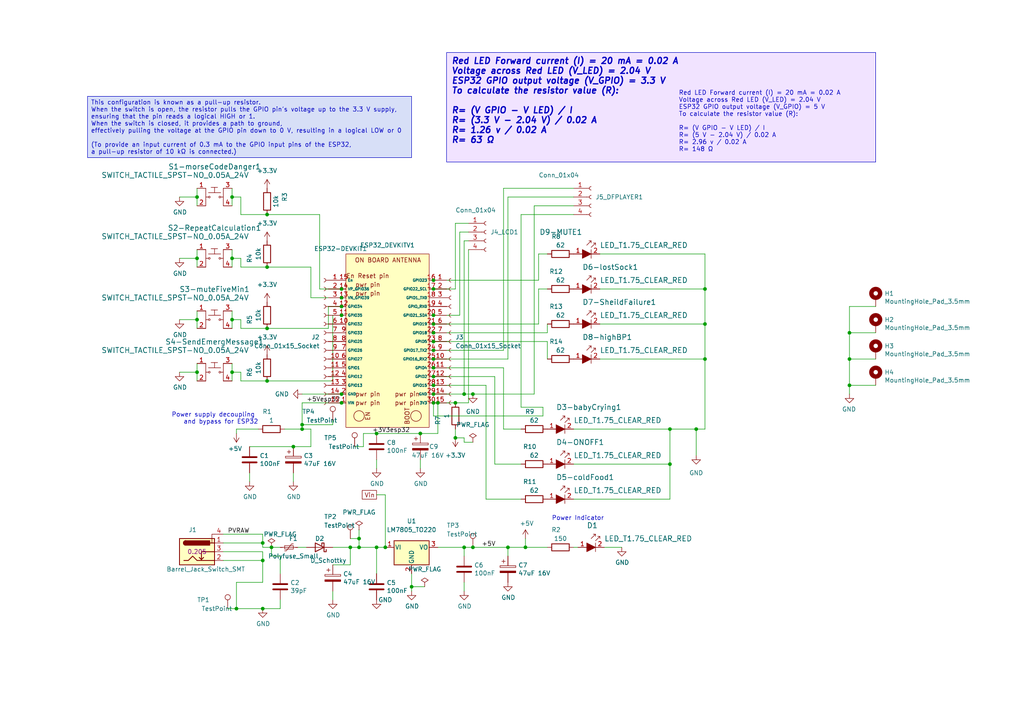
<source format=kicad_sch>
(kicad_sch (version 20230121) (generator eeschema)
  (paper "A4")
  (title_block (title "Esp32-6leds-4switches-2pj-circuit") (date "2024-04-14") (rev "V2") (company "Public Invention Supervision") (comment 1 "Coordinator: Robert Read") (comment 2 "Mentor: Forest Lee Ereckson") (comment 3 "Done by: Nagham Kheir"))
  (junction (at 67.31 74.93))
  (junction (at 78.74 158.75))
  (junction (at 85.09 129.54))
  (junction (at 77.47 95.25))
  (junction (at 121.92 125.73))
  (junction (at 119.38 170.18))
  (junction (at 152.4 158.75))
  (junction (at 204.47 93.98))
  (junction (at 204.47 104.14))
  (junction (at 77.47 110.49))
  (junction (at 101.6 158.75))
  (junction (at 204.47 83.82))
  (junction (at 99.06 88.9))
  (junction (at 246.38 104.14))
  (junction (at 99.06 116.84))
  (junction (at 57.15 92.71))
  (junction (at 87.63 123.19))
  (junction (at 125.73 114.3))
  (junction (at 76.2 162.56))
  (junction (at 99.06 86.36))
  (junction (at 87.63 124.46))
  (junction (at 104.14 156.21))
  (junction (at 125.73 81.28))
  (junction (at 99.06 114.3))
  (junction (at 132.08 116.84))
  (junction (at 134.62 158.75))
  (junction (at 99.06 83.82))
  (junction (at 132.08 127))
  (junction (at 125.73 99.06))
  (junction (at 137.16 114.3))
  (junction (at 67.31 107.95))
  (junction (at 104.14 158.75))
  (junction (at 125.73 109.22))
  (junction (at 76.2 176.53))
  (junction (at 57.15 74.93))
  (junction (at 76.2 157.48))
  (junction (at 125.73 96.52))
  (junction (at 111.76 158.75))
  (junction (at 137.16 158.75))
  (junction (at 246.38 96.52))
  (junction (at 127 116.84))
  (junction (at 125.73 83.82))
  (junction (at 77.47 62.23))
  (junction (at 134.62 114.3))
  (junction (at 68.58 176.53))
  (junction (at 125.73 111.76))
  (junction (at 125.73 104.14))
  (junction (at 125.73 116.84))
  (junction (at 109.22 158.75))
  (junction (at 246.38 111.76))
  (junction (at 201.93 124.46))
  (junction (at 67.31 92.71))
  (junction (at 109.22 125.73))
  (junction (at 125.73 91.44))
  (junction (at 125.73 106.68))
  (junction (at 194.31 134.62))
  (junction (at 99.06 91.44))
  (junction (at 67.31 57.15))
  (junction (at 147.32 158.75))
  (junction (at 125.73 93.98))
  (junction (at 77.47 77.47))
  (junction (at 194.31 124.46))
  (junction (at 125.73 101.6))
  (junction (at 57.15 57.15))
  (junction (at 57.15 107.95))
  (wire (pts (xy 254 96.52) (xy 246.38 96.52)))
  (wire (pts (xy 132.08 124.46) (xy 132.08 127)))
  (wire (pts (xy 67.31 105.41) (xy 67.31 107.95)))
  (wire (pts (xy 68.58 124.46) (xy 68.58 125.73)))
  (wire (pts (xy 68.58 176.53) (xy 76.2 176.53)))
  (wire (pts (xy 57.15 105.41) (xy 57.15 107.95)))
  (wire (pts (xy 134.62 127) (xy 132.08 127)))
  (wire (pts (xy 157.48 118.11) (xy 151.13 118.11)))
  (wire (pts (xy 52.07 92.71) (xy 57.15 92.71)))
  (wire (pts (xy 180.34 158.75) (xy 175.26 158.75)))
  (wire (pts (xy 96.52 121.92) (xy 96.52 123.19)))
  (wire (pts (xy 81.28 161.29) (xy 78.74 161.29)))
  (wire (pts (xy 77.47 62.23) (xy 92.71 62.23)))
  (wire (pts (xy 156.21 83.82) (xy 158.75 83.82)))
  (wire (pts (xy 69.85 77.47) (xy 77.47 77.47)))
  (wire (pts (xy 134.62 128.27) (xy 134.62 127)))
  (wire (pts (xy 96.52 158.75) (xy 101.6 158.75)))
  (wire (pts (xy 76.2 162.56) (xy 76.2 168.91)))
  (wire (pts (xy 125.73 120.65) (xy 157.48 120.65)))
  (wire (pts (xy 64.77 154.94) (xy 76.2 154.94)))
  (wire (pts (xy 125.73 106.68) (xy 146.05 106.68)))
  (wire (pts (xy 166.37 144.78) (xy 194.31 144.78)))
  (wire (pts (xy 134.62 158.75) (xy 137.16 158.75)))
  (wire (pts (xy 121.92 125.73) (xy 127 125.73)))
  (wire (pts (xy 125.73 99.06) (xy 158.75 99.06)))
  (wire (pts (xy 166.37 54.61) (xy 146.05 54.61)))
  (wire (pts (xy 109.22 158.75) (xy 111.76 158.75)))
  (wire (pts (xy 66.04 176.53) (xy 68.58 176.53)))
  (wire (pts (xy 95.25 95.25) (xy 95.25 88.9)))
  (wire (pts (xy 78.74 158.75) (xy 76.2 158.75)))
  (wire (pts (xy 173.99 104.14) (xy 204.47 104.14)))
  (wire (pts (xy 109.22 166.37) (xy 109.22 158.75)))
  (wire (pts (xy 143.51 109.22) (xy 143.51 134.62)))
  (wire (pts (xy 134.62 114.3) (xy 137.16 114.3)))
  (wire (pts (xy 204.47 104.14) (xy 204.47 93.98)))
  (wire (pts (xy 52.07 57.15) (xy 57.15 57.15)))
  (wire (pts (xy 92.71 62.23) (xy 92.71 83.82)))
  (wire (pts (xy 104.14 156.21) (xy 104.14 158.75)))
  (wire (pts (xy 204.47 73.66) (xy 204.47 83.82)))
  (wire (pts (xy 67.31 57.15) (xy 69.85 57.15)))
  (wire (pts (xy 96.52 171.45) (xy 96.52 173.99)))
  (wire (pts (xy 57.15 92.71) (xy 57.15 95.25)))
  (wire (pts (xy 96.52 91.44) (xy 99.06 91.44)))
  (wire (pts (xy 67.31 92.71) (xy 67.31 95.25)))
  (wire (pts (xy 152.4 158.75) (xy 152.4 156.21)))
  (wire (pts (xy 156.21 93.98) (xy 156.21 83.82)))
  (wire (pts (xy 81.28 176.53) (xy 81.28 173.99)))
  (wire (pts (xy 87.63 116.84) (xy 99.06 116.84)))
  (wire (pts (xy 76.2 160.02) (xy 76.2 162.56)))
  (wire (pts (xy 254 88.9) (xy 246.38 88.9)))
  (wire (pts (xy 109.22 143.51) (xy 111.76 143.51)))
  (wire (pts (xy 67.31 54.61) (xy 67.31 57.15)))
  (wire (pts (xy 104.14 158.75) (xy 109.22 158.75)))
  (wire (pts (xy 76.2 162.56) (xy 64.77 162.56)))
  (wire (pts (xy 147.32 104.14) (xy 125.73 104.14)))
  (wire (pts (xy 92.71 83.82) (xy 99.06 83.82)))
  (wire (pts (xy 109.22 125.73) (xy 121.92 125.73)))
  (wire (pts (xy 137.16 114.3) (xy 154.94 114.3)))
  (wire (pts (xy 146.05 101.6) (xy 125.73 101.6)))
  (wire (pts (xy 67.31 72.39) (xy 67.31 74.93)))
  (wire (pts (xy 137.16 158.75) (xy 147.32 158.75)))
  (wire (pts (xy 125.73 93.98) (xy 156.21 93.98)))
  (wire (pts (xy 134.62 168.91) (xy 134.62 171.45)))
  (wire (pts (xy 133.35 67.31) (xy 135.89 67.31)))
  (wire (pts (xy 125.73 91.44) (xy 133.35 91.44)))
  (wire (pts (xy 204.47 83.82) (xy 204.47 93.98)))
  (wire (pts (xy 74.93 124.46) (xy 68.58 124.46)))
  (wire (pts (xy 158.75 99.06) (xy 158.75 104.14)))
  (wire (pts (xy 96.52 163.83) (xy 101.6 163.83)))
  (wire (pts (xy 67.31 74.93) (xy 69.85 74.93)))
  (wire (pts (xy 76.2 168.91) (xy 68.58 168.91)))
  (wire (pts (xy 105.41 125.73) (xy 109.22 125.73)))
  (wire (pts (xy 67.31 107.95) (xy 67.31 110.49)))
  (wire (pts (xy 166.37 57.15) (xy 147.32 57.15)))
  (wire (pts (xy 87.63 114.3) (xy 99.06 114.3)))
  (wire (pts (xy 194.31 124.46) (xy 194.31 134.62)))
  (wire (pts (xy 57.15 54.61) (xy 57.15 57.15)))
  (wire (pts (xy 121.92 135.89) (xy 121.92 133.35)))
  (wire (pts (xy 69.85 95.25) (xy 77.47 95.25)))
  (wire (pts (xy 87.63 123.19) (xy 87.63 124.46)))
  (wire (pts (xy 57.15 57.15) (xy 57.15 59.69)))
  (wire (pts (xy 69.85 92.71) (xy 69.85 95.25)))
  (wire (pts (xy 85.09 129.54) (xy 90.17 129.54)))
  (wire (pts (xy 125.73 81.28) (xy 156.21 81.28)))
  (wire (pts (xy 52.07 74.93) (xy 57.15 74.93)))
  (wire (pts (xy 166.37 158.75) (xy 167.64 158.75)))
  (wire (pts (xy 111.76 143.51) (xy 111.76 158.75)))
  (wire (pts (xy 57.15 90.17) (xy 57.15 92.71)))
  (wire (pts (xy 151.13 124.46) (xy 146.05 124.46)))
  (wire (pts (xy 52.07 107.95) (xy 57.15 107.95)))
  (wire (pts (xy 127 158.75) (xy 134.62 158.75)))
  (wire (pts (xy 69.85 107.95) (xy 69.85 110.49)))
  (wire (pts (xy 102.87 129.54) (xy 105.41 129.54)))
  (wire (pts (xy 119.38 166.37) (xy 119.38 170.18)))
  (wire (pts (xy 194.31 124.46) (xy 201.93 124.46)))
  (wire (pts (xy 125.73 96.52) (xy 158.75 96.52)))
  (wire (pts (xy 67.31 90.17) (xy 67.31 92.71)))
  (wire (pts (xy 151.13 62.23) (xy 166.37 62.23)))
  (wire (pts (xy 194.31 144.78) (xy 194.31 134.62)))
  (wire (pts (xy 125.73 83.82) (xy 132.08 83.82)))
  (wire (pts (xy 76.2 157.48) (xy 64.77 157.48)))
  (wire (pts (xy 77.47 95.25) (xy 95.25 95.25)))
  (wire (pts (xy 90.17 77.47) (xy 90.17 86.36)))
  (wire (pts (xy 254 104.14) (xy 246.38 104.14)))
  (wire (pts (xy 201.93 124.46) (xy 201.93 132.08)))
  (wire (pts (xy 96.52 110.49) (xy 96.52 91.44)))
  (wire (pts (xy 125.73 111.76) (xy 140.97 111.76)))
  (wire (pts (xy 147.32 158.75) (xy 152.4 158.75)))
  (wire (pts (xy 173.99 83.82) (xy 204.47 83.82)))
  (wire (pts (xy 67.31 57.15) (xy 67.31 59.69)))
  (wire (pts (xy 166.37 124.46) (xy 194.31 124.46)))
  (wire (pts (xy 76.2 154.94) (xy 76.2 157.48)))
  (wire (pts (xy 109.22 135.89) (xy 109.22 133.35)))
  (wire (pts (xy 146.05 54.61) (xy 146.05 101.6)))
  (wire (pts (xy 104.14 153.67) (xy 104.14 156.21)))
  (wire (pts (xy 78.74 161.29) (xy 78.74 158.75)))
  (wire (pts (xy 143.51 134.62) (xy 151.13 134.62)))
  (wire (pts (xy 152.4 158.75) (xy 158.75 158.75)))
  (wire (pts (xy 69.85 62.23) (xy 77.47 62.23)))
  (wire (pts (xy 140.97 144.78) (xy 151.13 144.78)))
  (wire (pts (xy 156.21 73.66) (xy 158.75 73.66)))
  (wire (pts (xy 87.63 124.46) (xy 90.17 124.46)))
  (wire (pts (xy 77.47 110.49) (xy 96.52 110.49)))
  (wire (pts (xy 204.47 124.46) (xy 204.47 104.14)))
  (wire (pts (xy 68.58 168.91) (xy 68.58 176.53)))
  (wire (pts (xy 125.73 114.3) (xy 134.62 114.3)))
  (wire (pts (xy 146.05 124.46) (xy 146.05 106.68)))
  (wire (pts (xy 134.62 161.29) (xy 134.62 158.75)))
  (wire (pts (xy 157.48 120.65) (xy 157.48 118.11)))
  (wire (pts (xy 57.15 107.95) (xy 57.15 110.49)))
  (wire (pts (xy 246.38 104.14) (xy 246.38 111.76)))
  (wire (pts (xy 132.08 64.77) (xy 135.89 64.77)))
  (wire (pts (xy 86.36 158.75) (xy 88.9 158.75)))
  (wire (pts (xy 137.16 128.27) (xy 134.62 128.27)))
  (wire (pts (xy 96.52 123.19) (xy 87.63 123.19)))
  (wire (pts (xy 72.39 129.54) (xy 85.09 129.54)))
  (wire (pts (xy 82.55 124.46) (xy 87.63 124.46)))
  (wire (pts (xy 125.73 116.84) (xy 125.73 120.65)))
  (wire (pts (xy 127 116.84) (xy 127 125.73)))
  (wire (pts (xy 57.15 74.93) (xy 57.15 77.47)))
  (wire (pts (xy 132.08 83.82) (xy 132.08 64.77)))
  (wire (pts (xy 72.39 139.7) (xy 72.39 137.16)))
  (wire (pts (xy 67.31 107.95) (xy 69.85 107.95)))
  (wire (pts (xy 57.15 72.39) (xy 57.15 74.93)))
  (wire (pts (xy 90.17 86.36) (xy 99.06 86.36)))
  (wire (pts (xy 246.38 88.9) (xy 246.38 96.52)))
  (wire (pts (xy 147.32 161.29) (xy 147.32 158.75)))
  (wire (pts (xy 77.47 77.47) (xy 90.17 77.47)))
  (wire (pts (xy 133.35 91.44) (xy 133.35 67.31)))
  (wire (pts (xy 67.31 74.93) (xy 67.31 77.47)))
  (wire (pts (xy 125.73 116.84) (xy 127 116.84)))
  (wire (pts (xy 85.09 139.7) (xy 85.09 137.16)))
  (wire (pts (xy 254 111.76) (xy 246.38 111.76)))
  (wire (pts (xy 69.85 57.15) (xy 69.85 62.23)))
  (wire (pts (xy 132.08 116.84) (xy 135.89 116.84)))
  (wire (pts (xy 173.99 93.98) (xy 204.47 93.98)))
  (wire (pts (xy 105.41 129.54) (xy 105.41 125.73)))
  (wire (pts (xy 76.2 176.53) (xy 81.28 176.53)))
  (wire (pts (xy 101.6 158.75) (xy 101.6 163.83)))
  (wire (pts (xy 123.19 170.18) (xy 119.38 170.18)))
  (wire (pts (xy 246.38 96.52) (xy 246.38 104.14)))
  (wire (pts (xy 135.89 72.39) (xy 135.89 116.84)))
  (wire (pts (xy 201.93 124.46) (xy 204.47 124.46)))
  (wire (pts (xy 69.85 110.49) (xy 77.47 110.49)))
  (wire (pts (xy 101.6 156.21) (xy 104.14 156.21)))
  (wire (pts (xy 69.85 74.93) (xy 69.85 77.47)))
  (wire (pts (xy 119.38 170.18) (xy 119.38 171.45)))
  (wire (pts (xy 81.28 166.37) (xy 81.28 161.29)))
  (wire (pts (xy 101.6 158.75) (xy 104.14 158.75)))
  (wire (pts (xy 67.31 92.71) (xy 69.85 92.71)))
  (wire (pts (xy 95.25 88.9) (xy 99.06 88.9)))
  (wire (pts (xy 147.32 57.15) (xy 147.32 104.14)))
  (wire (pts (xy 246.38 111.76) (xy 246.38 114.3)))
  (wire (pts (xy 154.94 59.69) (xy 154.94 114.3)))
  (wire (pts (xy 135.89 69.85) (xy 134.62 69.85)))
  (wire (pts (xy 87.63 116.84) (xy 87.63 123.19)))
  (wire (pts (xy 151.13 118.11) (xy 151.13 62.23)))
  (wire (pts (xy 127 116.84) (xy 132.08 116.84)))
  (wire (pts (xy 173.99 73.66) (xy 204.47 73.66)))
  (wire (pts (xy 76.2 157.48) (xy 76.2 158.75)))
  (wire (pts (xy 81.28 158.75) (xy 78.74 158.75)))
  (wire (pts (xy 140.97 111.76) (xy 140.97 144.78)))
  (wire (pts (xy 134.62 69.85) (xy 134.62 114.3)))
  (wire (pts (xy 156.21 81.28) (xy 156.21 73.66)))
  (wire (pts (xy 166.37 134.62) (xy 194.31 134.62)))
  (wire (pts (xy 90.17 129.54) (xy 90.17 124.46)))
  (wire (pts (xy 166.37 59.69) (xy 154.94 59.69)))
  (wire (pts (xy 64.77 160.02) (xy 76.2 160.02)))
  (wire (pts (xy 125.73 109.22) (xy 143.51 109.22)))
  (wire (pts (xy 158.75 96.52) (xy 158.75 93.98)))
  (text_box "Red LED Forward current (I) = 20 mA = 0.02 A\nVoltage across Red LED (V_LED) = 2.04 V\nESP32 GPIO output voltage (V_GPIO) = 3.3 V\nTo calculate the resistor value (R):\n\nR= (V GPIO - V LED) / I\nR= (3.3 V - 2.04 V) / 0.02 A\nR= 1.26 v / 0.02 A\nR= 63 Ω\n\n\n" (at 129.54 15.24 0) (size 124.46 31.75) (fill (type color) (color 241 227 255 1)) (effects (font (size 1.778 1.778) (thickness 0.3556) bold italic) (justify left top)))
  (text_box "This configuration is known as a pull-up resistor. \nWhen the switch is open, the resistor pulls the GPIO pin's voltage up to the 3.3 V supply, \nensuring that the pin reads a logical HIGH or 1.\nWhen the switch is closed, it provides a path to ground, \neffectively pulling the voltage at the GPIO pin down to 0 V, resulting in a logical LOW or 0\n\n(To provide an input current of 0.3 mA to the GPIO input pins of the ESP32, \na pull-up resistor of 10 kΩ is connected.)" (at 25.4 27.94 0) (size 93.98 17.78) (fill (type color) (color 215 223 247 1)) (effects (font (size 1.27 1.27)) (justify left top)))
  (text "Red LED Forward current (I) = 20 mA = 0.02 A\nVoltage across Red LED (V_LED) = 2.04 V\nESP32 GPIO output voltage (V_GPIO) = 5 V\nTo calculate the resistor value (R):\n\nR= (V GPIO - V LED) / I\nR= (5 V - 2.04 V) / 0.02 A\nR= 2.96 v / 0.02 A\nR= 148 Ω\n\n\n" (at 196.85 48.26 0) (effects (font (size 1.27 1.27)) (justify left bottom)))
  (text "Power supply decoupling \nand bypass for ESP32" (at 74.93 123.19 0) (effects (font (size 1.27 1.27)) (justify right bottom)))
  (text "Power Indicator" (at 160.02 151.13 0) (effects (font (size 1.27 1.27)) (justify left bottom)))
  (label "+5V" (at 139.7 158.75 0))
  (label "PVRAW" (at 66.04 154.94 0))
  (label "+5Vesp32" (at 88.9 116.84 0))
  (label "+3V3esp32" (at 107.95 125.73 0))
  (global_label "Vin" (shape passive) (at 109.22 143.51 180) (property "Intersheetrefs" "${INTERSHEET_REFS}" (effects hide)))
  (symbol (lib_id "power:GND") (at 137.16 114.3 0) (mirror y) (unit 1)
    (property "Reference" "#PWR0118" (effects hide))
    (property "Value" "GND" (at 137.16 119.38 0))
  )
  (symbol (lib_id "Device:C") (at 134.62 165.1 0) (unit 1)
    (property "Reference" "C6" (at 137.541 163.9316 0) (effects (justify left)))
    (property "Value" "100nF" (at 137.541 166.243 0) (effects (justify left)))
    (property "Footprint" "Capacitor_SMD:C_0603_1608Metric_Pad1.08x0.95mm_HandSolder" (effects hide))
    (property "Distributor 1" "JLCPCB" (effects hide))
    (property "Distributor 1 PN" "C14663" (effects hide))
    (property "Manufacturer" "YAGEO" (effects hide))
    (property "MPN" "CC0603KRX7R9BB104" (effects hide))
    (property "Description" "50V 100nF X7R ±10% 0603 Multilayer Ceramic Capacitors MLCC - SMD/SMT ROHS" (effects hide))
    (property "AssemblyType" "SMT" (effects hide))
    (property "Cost" "0.0021" (effects hide))
  )
  (symbol (lib_id "power:+3.3V") (at 77.47 54.61 0) (unit 1)
    (property "Reference" "#PWR0112" (effects hide))
    (property "Value" "+3.3V" (at 77.47 49.53 0))
  )
  (symbol (lib_id "Device:C") (at 109.22 170.18 0) (unit 1)
    (property "Reference" "C5" (at 112.141 169.0116 0) (effects (justify left)))
    (property "Value" "100nF" (at 112.141 171.323 0) (effects (justify left)))
    (property "Footprint" "Capacitor_SMD:C_0603_1608Metric_Pad1.08x0.95mm_HandSolder" (effects hide))
    (property "Distributor 1" "JLCPCB" (effects hide))
    (property "Distributor 1 PN" "C14663" (effects hide))
    (property "Manufacturer" "YAGEO" (effects hide))
    (property "MPN" "CC0603KRX7R9BB104" (effects hide))
    (property "Description" "50V 100nF X7R ±10% 0603 Multilayer Ceramic Capacitors MLCC - SMD/SMT ROHS" (effects hide))
    (property "AssemblyType" "SMT" (effects hide))
    (property "Cost" "0.0021" (effects hide))
  )
  (symbol (lib_id "Device:C_Polarized") (at 147.32 165.1 0) (unit 1)
    (property "Reference" "C7" (at 150.3172 163.9316 0) (effects (justify left)))
    (property "Value" "47uF 16V" (at 150.3172 166.243 0) (effects (justify left)))
    (property "Footprint" "Capacitor_SMD:CP_Elec_5x5.4" (effects hide))
    (property "Distributor 1" "JLCPCB" (effects hide))
    (property "Distributor 1 PN" "C2895272" (effects hide))
    (property "Manufacturer" "KNSCHA" (effects hide))
    (property "MPN" "RVT47UF16V67RV0019" (effects hide))
    (property "AssemblyType" "SMT" (effects hide))
    (property "Cost" "0.038" (effects hide))
    (property "Description" "47uF 16V 33mA@120Hz ±20% SMD,D5xL5.4mm Aluminum Electrolytic Capacitors - SMD ROHS" (effects hide))
  )
  (symbol (lib_id "Regulator_Linear:LM7805_TO220") (at 119.38 158.75 0) (unit 1)
    (property "Reference" "U1" (at 119.38 151.13 0))
    (property "Value" "LM7805_TO220" (at 119.38 153.67 0))
    (property "Footprint" "Package_TO_SOT_THT:TO-220-3_Vertical" (effects hide))
    (property "Datasheet" "https://www.onsemi.cn/PowerSolutions/document/MC7800-D.PDF" (effects hide))
    (property "Cost" "0.1164" (effects hide))
    (property "Description" "LM7805 TO220" (effects hide))
    (property "Distributor 1" "JLCPCB" (effects hide))
    (property "Distributor 1 PN" "C2977083" (effects hide))
    (property "Manufacturer" "HANSCHIP semiconductor" (effects hide))
    (property "MPN" "LM7805CTG" (effects hide))
    (property "AssemblyType" "HAND" (effects hide))
  )
  (symbol (lib_id "Connector:TestPoint") (at 96.52 121.92 0) (unit 1)
    (property "Reference" "TP4" (at 87.63 119.38 0) (effects (justify left)))
    (property "Value" "TestPoint" (at 88.9 121.92 0) (effects (justify left)))
    (property "Footprint" "TestPoint:TestPoint_Loop_D2.54mm_Drill1.5mm_Beaded" (effects hide))
    (property "AssemblyType" "HAND" (effects hide))
    (property "Distributor 1 PN" "C5277086" (effects hide))
    (property "Cost" "0.0696" (effects hide))
    (property "Description" "Test Points/Test Rings ROHS red" (effects hide))
    (property "Distributor 1" "JLCPCB" (effects hide))
    (property "MPN" "RH-5000 " (effects hide))
    (property "Manufacturer" "ronghe " (effects hide))
  )
  (symbol (lib_id "power:GND") (at 121.92 135.89 0) (unit 1)
    (property "Reference" "#PWR02" (effects hide))
    (property "Value" "GND" (at 122.047 140.2842 0))
  )
  (symbol (lib_id "Connector:TestPoint") (at 66.04 176.53 0) (unit 1)
    (property "Reference" "TP1" (at 57.15 173.99 0) (effects (justify left)))
    (property "Value" "TestPoint" (at 58.42 176.53 0) (effects (justify left)))
    (property "Footprint" "TestPoint:TestPoint_Loop_D2.54mm_Drill1.5mm_Beaded" (effects hide))
    (property "AssemblyType" "HAND" (effects hide))
    (property "Distributor 1 PN" "C5277086" (effects hide))
    (property "Cost" "0.0696" (effects hide))
    (property "Description" "Test Points/Test Rings ROHS red" (effects hide))
    (property "Distributor 1" "JLCPCB" (effects hide))
    (property "MPN" "RH-5000 " (effects hide))
    (property "Manufacturer" "ronghe " (effects hide))
  )
  (symbol (lib_id "Device:R") (at 154.94 134.62 270) (unit 1)
    (property "Reference" "R10" (at 153.67 129.54 90))
    (property "Value" "62" (at 154.94 132.08 90))
    (property "Footprint" "Resistor_SMD:R_0603_1608Metric_Pad0.98x0.95mm_HandSolder" (effects hide))
    (property "Distributor 1" "JLCPCB" (effects hide))
    (property "Distributor 1 PN" "C269429" (effects hide))
    (property "Manufacturer" "TyoHM" (effects hide))
    (property "MPN" "RMC06033301%N" (effects hide))
    (property "Description" "100mW ±1% 62Ω 0603  Chip Resistor - Surface Mount ROHS" (effects hide))
    (property "AssemblyType" "SMT" (effects hide))
    (property "Cost" "0.0017" (effects hide))
  )
  (symbol (lib_id "GPAD_SCH_LIB:LED_T1.75_CLEAR_WHITE") (at 171.45 93.98 0) (unit 1)
    (property "Reference" "D7-SheildFailure1" (at 168.91 87.63 0) (effects (font (size 1.524 1.524)) (justify left)))
    (property "Value" "LED_T1.75_CLEAR_RED" (at 173.99 91.44 0) (effects (font (size 1.524 1.524)) (justify left)))
    (property "Footprint" "GeneralPurposeAlarmDevicePCB:LED_5mm_Radial" (effects hide))
    (property "Datasheet" "http://optoelectronics.liteon.com/upload/download/DS20-2005-253/LTW-2R3D7.pdf" (effects hide))
    (property "Digi-Key_PN" "160-1772-ND" (effects hide))
    (property "MPN" "LTW-2R3D7" (effects hide))
    (property "Category" "Optoelectronics" (effects hide))
    (property "Family" "LED Indication - Discrete" (effects hide))
    (property "DK_Datasheet_Link" "http://optoelectronics.liteon.com/upload/download/DS20-2005-253/LTW-2R3D7.pdf" (effects hide))
    (property "DK_Detail_Page" "/product-detail/en/lite-on-inc/LTW-2R3D7/160-1772-ND/1277121" (effects hide))
    (property "Description" "LED WHITE CLEAR T-1 3/4 T/H" (effects hide))
    (property "Manufacturer" "Lite-On Inc." (effects hide))
    (property "Status" "Active" (effects hide))
    (property "AssemblyType" "HAND" (effects hide))
    (property "Cost" "0.36000" (effects hide))
    (property "Distributor 1" "DigiKey" (effects hide))
    (property "Distributor 1 PN" "160-1682-ND" (effects hide))
  )
  (symbol (lib_id "PubInv_KiCad_SCH_LIB:ESP32_DEVKITV1") (at 100.33 73.66 0) (unit 1) (on_board no)
    (property "Reference" "ESP32_DEVKITV1" (at 112.395 71.12 0))
    (property "Value" "ESP32-DEVKIT1" (at 98.806 72.136 0))
    (property "Footprint" "esp32 15 pin Library:esp32" (effects hide))
    (property "Description" "ESP32-DEVKIT1" (effects hide))
  )
  (symbol (lib_id "Device:R") (at 77.47 106.68 0) (unit 1)
    (property "Reference" "R6" (at 72.39 107.95 90))
    (property "Value" "10k" (at 74.93 106.68 90))
    (property "Footprint" "Resistor_SMD:R_0603_1608Metric_Pad0.98x0.95mm_HandSolder" (effects hide))
    (property "Distributor 1" "JLCPCB" (effects hide))
    (property "Distributor 1 PN" "C269701" (effects hide))
    (property "Manufacturer" "TyoHM" (effects hide))
    (property "MPN" "RMC 0603 10K F N" (effects hide))
    (property "Description" "0.1W ±1% 10kΩ 0603  Chip Resistor - Surface Mount ROHS" (effects hide))
    (property "AssemblyType" "SMT" (effects hide))
    (property "Cost" "0.0015" (effects hide))
  )
  (symbol (lib_id "power:GND") (at 134.62 171.45 0) (unit 1)
    (property "Reference" "#PWR0104" (effects hide))
    (property "Value" "GND" (at 134.747 175.8442 0))
  )
  (symbol (lib_id "power:PWR_FLAG") (at 78.74 158.75 0) (unit 1)
    (property "Reference" "#FLG0102" (effects hide))
    (property "Value" "PWR_FLAG" (at 81.28 154.94 0))
  )
  (symbol (lib_id "Device:D_Schottky") (at 92.71 158.75 180) (unit 1)
    (property "Reference" "D2" (at 92.71 156.21 0))
    (property "Value" "D_Schottky" (at 95.25 162.56 0))
    (property "Footprint" "Diode_SMD:D_SMB" (effects hide))
    (property "Distributor 1" "JLCPCB" (effects hide))
    (property "Distributor 1 PN" "C14996" (effects hide))
    (property "MPN" "SS210" (effects hide))
    (property "Manufacturer" "MDD（Microdiode Electronics）" (effects hide))
    (property "AssemblyType" "SMT" (effects hide))
    (property "Cost" "0.0228" (effects hide))
    (property "Description" "100V 850mV@2A 2A SMA(DO-214AC)  Schottky Barrier Diodes (SBD) ROHS" (effects hide))
  )
  (symbol (lib_id "power:+3.3V") (at 132.08 127 180) (unit 1)
    (property "Reference" "#PWR0119" (effects hide))
    (property "Value" "+3.3V" (at 132.08 132.08 0))
  )
  (symbol (lib_id "power:GND") (at 52.07 74.93 0) (unit 1)
    (property "Reference" "#PWR0110" (effects hide))
    (property "Value" "GND" (at 52.197 79.3242 0))
  )
  (symbol (lib_id "power:GND") (at 76.2 176.53 0) (unit 1)
    (property "Reference" "#PWR0107" (effects hide))
    (property "Value" "GND" (at 76.327 180.9242 0))
  )
  (symbol (lib_id "Connector:TestPoint") (at 102.87 129.54 0) (unit 1)
    (property "Reference" "TP5" (at 93.98 127 0) (effects (justify left)))
    (property "Value" "TestPoint" (at 95.25 129.54 0) (effects (justify left)))
    (property "Footprint" "TestPoint:TestPoint_Loop_D2.54mm_Drill1.5mm_Beaded" (effects hide))
    (property "AssemblyType" "HAND" (effects hide))
    (property "Distributor 1 PN" "C5277086" (effects hide))
    (property "Cost" "0.0696" (effects hide))
    (property "Description" "Test Points/Test Rings ROHS red" (effects hide))
    (property "Distributor 1" "JLCPCB" (effects hide))
    (property "MPN" "RH-5000 " (effects hide))
    (property "Manufacturer" "ronghe " (effects hide))
  )
  (symbol (lib_id "power:GND") (at 52.07 92.71 0) (unit 1)
    (property "Reference" "#PWR0116" (effects hide))
    (property "Value" "GND" (at 52.197 97.1042 0))
  )
  (symbol (lib_id "GPAD_SCH_LIB:Barrel_Jack_Switch_SMT") (at 57.15 160.02 0) (unit 1)
    (property "Reference" "J1" (at 55.88 153.67 0))
    (property "Value" "Barrel_Jack_Switch_SMT" (at 59.69 165.1 0))
    (property "Footprint" "GeneralPurposeAlarmDevicePCB:BarrelJack_CLIFF_FC681465S_SMT_Horizontal" (effects hide))
    (property "Datasheet" "https://tensility.s3.amazonaws.com/uploads/pdffiles/54-00164.pdf" (effects hide))
    (property "Distributor 1" "JLCPCB" (effects hide))
    (property "Distributor 1 PN" "C319134" (effects hide))
    (property "Manufacturer" "XKB Connectivity / Tensility International Corp" (effects hide))
    (property "MPN" "DC-005-5A-2.0-SMT / 54-00164" (effects hide))
    (property "Description" "Power Barrel Connector Jack 2.10mm ID (0.083\"), 5.50mm OD (0.217\") Surface Mount, Right Angle" (effects hide))
    (property "Distributor 2" "Digikey" (effects hide))
    (property "Distributor 2 PN" "839-54-00164CT-ND" (effects hide))
    (property "Cost" "0.205" (at 57.15 160.02 0))
    (property "AssemblyType" "HAND" (effects hide))
  )
  (symbol (lib_id "Device:R") (at 77.47 58.42 180) (unit 1)
    (property "Reference" "R3" (at 82.55 57.15 90))
    (property "Value" "10k" (at 80.01 58.42 90))
    (property "Footprint" "Resistor_SMD:R_0603_1608Metric_Pad0.98x0.95mm_HandSolder" (effects hide))
    (property "Distributor 1" "JLCPCB" (effects hide))
    (property "Distributor 1 PN" "C269701" (effects hide))
    (property "Manufacturer" "TyoHM" (effects hide))
    (property "MPN" "RMC 0603 10K F N" (effects hide))
    (property "Description" "0.1W ±1% 10kΩ 0603  Chip Resistor - Surface Mount ROHS" (effects hide))
    (property "AssemblyType" "SMT" (effects hide))
    (property "Cost" "0.0015" (effects hide))
  )
  (symbol (lib_id "Device:C") (at 81.28 170.18 0) (unit 1)
    (property "Reference" "C2" (at 84.201 169.0116 0) (effects (justify left)))
    (property "Value" "39pF" (at 84.201 171.323 0) (effects (justify left)))
    (property "Footprint" "Capacitor_SMD:C_0603_1608Metric_Pad1.08x0.95mm_HandSolder" (effects hide))
    (property "AssemblyType" "SMT" (effects hide))
    (property "Distributor 1" "JLCPCB" (effects hide))
    (property "Distributor 1 PN" "C107049" (effects hide))
    (property "MPN" "CC0603JRNPO9BN390" (effects hide))
    (property "Manufacturer" "YAGEO" (effects hide))
    (property "Cost" "0.003" (effects hide))
    (property "Description" "50V 39pF NP0 ±5% 0603  Multilayer Ceramic Capacitors MLCC - SMD/SMT ROHS" (effects hide))
  )
  (symbol (lib_id "GPAD_SCH_LIB:LED_T1.75_CLEAR_WHITE") (at 163.83 134.62 0) (unit 1)
    (property "Reference" "D4-ONOFF1" (at 161.29 128.27 0) (effects (font (size 1.524 1.524)) (justify left)))
    (property "Value" "LED_T1.75_CLEAR_RED" (at 166.37 132.08 0) (effects (font (size 1.524 1.524)) (justify left)))
    (property "Footprint" "GeneralPurposeAlarmDevicePCB:LED_5mm_Radial" (effects hide))
    (property "Datasheet" "http://optoelectronics.liteon.com/upload/download/DS20-2005-253/LTW-2R3D7.pdf" (effects hide))
    (property "Digi-Key_PN" "160-1772-ND" (effects hide))
    (property "MPN" "LTW-2R3D7" (effects hide))
    (property "Category" "Optoelectronics" (effects hide))
    (property "Family" "LED Indication - Discrete" (effects hide))
    (property "DK_Datasheet_Link" "http://optoelectronics.liteon.com/upload/download/DS20-2005-253/LTW-2R3D7.pdf" (effects hide))
    (property "DK_Detail_Page" "/product-detail/en/lite-on-inc/LTW-2R3D7/160-1772-ND/1277121" (effects hide))
    (property "Description" "LED WHITE CLEAR T-1 3/4 T/H" (effects hide))
    (property "Manufacturer" "Lite-On Inc." (effects hide))
    (property "Status" "Active" (effects hide))
    (property "AssemblyType" "HAND" (effects hide))
    (property "Cost" "0.36000" (effects hide))
    (property "Distributor 1" "DigiKey" (effects hide))
    (property "Distributor 1 PN" "160-1682-ND" (effects hide))
  )
  (symbol (lib_id "power:+3.3V") (at 77.47 87.63 0) (unit 1)
    (property "Reference" "#PWR0113" (effects hide))
    (property "Value" "+3.3V" (at 77.47 82.55 0))
  )
  (symbol (lib_id "GPAD_SCH_LIB:LED_T1.75_CLEAR_WHITE") (at 171.45 104.14 0) (unit 1)
    (property "Reference" "D8-highBP1" (at 168.91 97.79 0) (effects (font (size 1.524 1.524)) (justify left)))
    (property "Value" "LED_T1.75_CLEAR_RED" (at 173.99 101.6 0) (effects (font (size 1.524 1.524)) (justify left)))
    (property "Footprint" "GeneralPurposeAlarmDevicePCB:LED_5mm_Radial" (effects hide))
    (property "Datasheet" "http://optoelectronics.liteon.com/upload/download/DS20-2005-253/LTW-2R3D7.pdf" (effects hide))
    (property "Digi-Key_PN" "160-1772-ND" (effects hide))
    (property "MPN" "LTW-2R3D7" (effects hide))
    (property "Category" "Optoelectronics" (effects hide))
    (property "Family" "LED Indication - Discrete" (effects hide))
    (property "DK_Datasheet_Link" "http://optoelectronics.liteon.com/upload/download/DS20-2005-253/LTW-2R3D7.pdf" (effects hide))
    (property "DK_Detail_Page" "/product-detail/en/lite-on-inc/LTW-2R3D7/160-1772-ND/1277121" (effects hide))
    (property "Description" "LED WHITE CLEAR T-1 3/4 T/H" (effects hide))
    (property "Manufacturer" "Lite-On Inc." (effects hide))
    (property "Status" "Active" (effects hide))
    (property "AssemblyType" "HAND" (effects hide))
    (property "Cost" "0.36000" (effects hide))
    (property "Distributor 1" "DigiKey" (effects hide))
    (property "Distributor 1 PN" "160-1682-ND" (effects hide))
  )
  (symbol (lib_id "GPAD_SCH_LIB:LED_T1.75_CLEAR_WHITE") (at 171.45 83.82 0) (unit 1)
    (property "Reference" "D6-lostSock1" (at 168.91 77.47 0) (effects (font (size 1.524 1.524)) (justify left)))
    (property "Value" "LED_T1.75_CLEAR_RED" (at 173.99 81.28 0) (effects (font (size 1.524 1.524)) (justify left)))
    (property "Footprint" "GeneralPurposeAlarmDevicePCB:LED_5mm_Radial" (effects hide))
    (property "Datasheet" "http://optoelectronics.liteon.com/upload/download/DS20-2005-253/LTW-2R3D7.pdf" (effects hide))
    (property "Digi-Key_PN" "160-1772-ND" (effects hide))
    (property "MPN" "LTW-2R3D7" (effects hide))
    (property "Category" "Optoelectronics" (effects hide))
    (property "Family" "LED Indication - Discrete" (effects hide))
    (property "DK_Datasheet_Link" "http://optoelectronics.liteon.com/upload/download/DS20-2005-253/LTW-2R3D7.pdf" (effects hide))
    (property "DK_Detail_Page" "/product-detail/en/lite-on-inc/LTW-2R3D7/160-1772-ND/1277121" (effects hide))
    (property "Description" "LED WHITE CLEAR T-1 3/4 T/H" (effects hide))
    (property "Manufacturer" "Lite-On Inc." (effects hide))
    (property "Status" "Active" (effects hide))
    (property "AssemblyType" "HAND" (effects hide))
    (property "Cost" "0.36000" (effects hide))
    (property "Distributor 1" "DigiKey" (effects hide))
    (property "Distributor 1 PN" "160-1682-ND" (effects hide))
  )
  (symbol (lib_id "power:+3.3V") (at 77.47 69.85 0) (unit 1)
    (property "Reference" "#PWR0111" (effects hide))
    (property "Value" "+3.3V" (at 77.47 64.77 0))
  )
  (symbol (lib_id "Device:R") (at 77.47 91.44 0) (unit 1)
    (property "Reference" "R5" (at 72.39 92.71 90))
    (property "Value" "10k" (at 74.93 91.44 90))
    (property "Footprint" "Resistor_SMD:R_0603_1608Metric_Pad0.98x0.95mm_HandSolder" (effects hide))
    (property "Distributor 1" "JLCPCB" (effects hide))
    (property "Distributor 1 PN" "C269701" (effects hide))
    (property "Manufacturer" "TyoHM" (effects hide))
    (property "MPN" "RMC 0603 10K F N" (effects hide))
    (property "Description" "0.1W ±1% 10kΩ 0603  Chip Resistor - Surface Mount ROHS" (effects hide))
    (property "AssemblyType" "SMT" (effects hide))
    (property "Cost" "0.0015" (effects hide))
  )
  (symbol (lib_id "Device:R") (at 162.56 158.75 270) (unit 1)
    (property "Reference" "R2" (at 161.29 153.67 90))
    (property "Value" "150" (at 162.56 156.21 90))
    (property "Footprint" "Resistor_SMD:R_0603_1608Metric_Pad0.98x0.95mm_HandSolder" (effects hide))
    (property "Distributor 1" "JLCPCB" (effects hide))
    (property "Distributor 1 PN" "C325599" (effects hide))
    (property "Manufacturer" "TyoHM" (effects hide))
    (property "MPN" "RMC06033301%N" (effects hide))
    (property "Description" "100mW ±1% 150Ω 0603 Chip Resistor - Surface Mount ROHS" (effects hide))
    (property "AssemblyType" "SMT" (effects hide))
    (property "Cost" "0.0015" (effects hide))
  )
  (symbol (lib_id "power:GND") (at 246.38 114.3 0) (mirror y) (unit 1)
    (property "Reference" "#PWR0122" (effects hide))
    (property "Value" "GND" (at 246.253 118.6942 0))
  )
  (symbol (lib_id "power:GND") (at 201.93 132.08 0) (unit 1)
    (property "Reference" "#PWR0120" (effects hide))
    (property "Value" "GND" (at 201.93 137.16 0))
  )
  (symbol (lib_id "power:GND") (at 85.09 139.7 0) (unit 1)
    (property "Reference" "#PWR0106" (effects hide))
    (property "Value" "GND" (at 85.217 144.0942 0))
  )
  (symbol (lib_id "power:+5V") (at 68.58 125.73 180) (unit 1)
    (property "Reference" "#PWR0115" (effects hide))
    (property "Value" "+5V" (at 68.199 130.1242 0))
  )
  (symbol (lib_id "Device:R") (at 162.56 93.98 270) (unit 1)
    (property "Reference" "R13" (at 161.29 88.9 90))
    (property "Value" "62" (at 162.56 91.44 90))
    (property "Footprint" "Resistor_SMD:R_0603_1608Metric_Pad0.98x0.95mm_HandSolder" (effects hide))
    (property "Distributor 1" "JLCPCB" (effects hide))
    (property "Distributor 1 PN" "C269429" (effects hide))
    (property "Manufacturer" "TyoHM" (effects hide))
    (property "MPN" "RMC06033301%N" (effects hide))
    (property "Description" "100mW ±1% 62Ω 0603  Chip Resistor - Surface Mount ROHS" (effects hide))
    (property "AssemblyType" "SMT" (effects hide))
    (property "Cost" "0.0017" (effects hide))
  )
  (symbol (lib_id "Connector:TestPoint") (at 101.6 156.21 0) (unit 1)
    (property "Reference" "TP2" (at 93.98 149.86 0) (effects (justify left)))
    (property "Value" "TestPoint" (at 93.98 152.4 0) (effects (justify left)))
    (property "Footprint" "TestPoint:TestPoint_Loop_D2.54mm_Drill1.5mm_Beaded" (effects hide))
    (property "AssemblyType" "HAND" (effects hide))
    (property "Distributor 1 PN" "C5277086" (effects hide))
    (property "Cost" "0.0696" (effects hide))
    (property "Description" "Test Points/Test Rings ROHS red" (effects hide))
    (property "Distributor 1" "JLCPCB" (effects hide))
    (property "MPN" "RH-5000 " (effects hide))
    (property "Manufacturer" "ronghe " (effects hide))
  )
  (symbol (lib_id "GPAD_SCH_LIB:SWITCH_TACTILE_SPST-NO_0.05A_24V") (at 62.23 74.93 0) (unit 1)
    (property "Reference" "S2-RepeatCalculation1" (at 62.23 66.1162 0) (effects (font (size 1.524 1.524))))
    (property "Value" "SWITCH_TACTILE_SPST-NO_0.05A_24V" (at 50.8 68.58 0) (effects (font (size 1.524 1.524))))
    (property "Footprint" "Button_Switch_THT:SW_PUSH_6mm_H9.5mm" (effects hide))
    (property "Datasheet" "https://www.te.com/commerce/DocumentDelivery/DDEController?Action=srchrtrv&DocNm=1825910&DocType=Customer+Drawing&DocLang=English" (effects hide))
    (property "Distributor 1" "JLCPCB" (effects hide))
    (property "Distributor 1 PN" "C13828" (effects hide))
    (property "Distributor 2" "Digikey" (effects hide))
    (property "Distributor 2 PN" "450-1804-ND" (effects hide))
    (property "Manufacturer" "TE Connectivity ALCOSWITCH Switches" (effects hide))
    (property "MPN" "TE Connectivity 1825910-7,   Dongguan Guangzhu Industrial C13828" (effects hide))
    (property "Category" "Switches" (effects hide))
    (property "Family" "Tactile Switches" (effects hide))
    (property "DK_Datasheet_Link" "https://www.te.com/commerce/DocumentDelivery/DDEController?Action=srchrtrv&DocNm=1825910&DocType=Customer+Drawing&DocLang=English" (effects hide))
    (property "DK_Detail_Page" "/product-detail/en/te-connectivity-alcoswitch-switches/1825910-7/450-1804-ND/1731414" (effects hide))
    (property "Description" "SWITCH TACTILE SPST-NO 0.05A 24V" (effects hide))
    (property "Status" "Active" (effects hide))
    (property "Assembly Type" "HAND" (effects hide))
    (property "AssemblyType" "HAND" (effects hide))
    (property "Cost" "0.0315" (effects hide))
    (property "M2PN" "C13828 " (effects hide))
    (property "Manufacturer 2" "Dongguan Guangzhu Industrial " (effects hide))
  )
  (symbol (lib_id "GPAD_SCH_LIB:LED_T1.75_CLEAR_WHITE") (at 163.83 144.78 0) (unit 1)
    (property "Reference" "D5-coldFood1" (at 161.29 138.43 0) (effects (font (size 1.524 1.524)) (justify left)))
    (property "Value" "LED_T1.75_CLEAR_RED" (at 166.37 142.24 0) (effects (font (size 1.524 1.524)) (justify left)))
    (property "Footprint" "GeneralPurposeAlarmDevicePCB:LED_5mm_Radial" (effects hide))
    (property "Datasheet" "http://optoelectronics.liteon.com/upload/download/DS20-2005-253/LTW-2R3D7.pdf" (effects hide))
    (property "Digi-Key_PN" "160-1772-ND" (effects hide))
    (property "MPN" "LTW-2R3D7" (effects hide))
    (property "Category" "Optoelectronics" (effects hide))
    (property "Family" "LED Indication - Discrete" (effects hide))
    (property "DK_Datasheet_Link" "http://optoelectronics.liteon.com/upload/download/DS20-2005-253/LTW-2R3D7.pdf" (effects hide))
    (property "DK_Detail_Page" "/product-detail/en/lite-on-inc/LTW-2R3D7/160-1772-ND/1277121" (effects hide))
    (property "Description" "LED WHITE CLEAR T-1 3/4 T/H" (effects hide))
    (property "Manufacturer" "Lite-On Inc." (effects hide))
    (property "Status" "Active" (effects hide))
    (property "AssemblyType" "HAND" (effects hide))
    (property "Cost" "0.36000" (effects hide))
    (property "Distributor 1" "DigiKey" (effects hide))
    (property "Distributor 1 PN" "160-1682-ND" (effects hide))
  )
  (symbol (lib_id "GPAD_SCH_LIB:SWITCH_TACTILE_SPST-NO_0.05A_24V") (at 62.23 92.71 0) (unit 1)
    (property "Reference" "S3-muteFiveMin1" (at 62.23 83.8962 0) (effects (font (size 1.524 1.524))))
    (property "Value" "SWITCH_TACTILE_SPST-NO_0.05A_24V" (at 50.8 86.36 0) (effects (font (size 1.524 1.524))))
    (property "Footprint" "Button_Switch_THT:SW_PUSH_6mm_H9.5mm" (effects hide))
    (property "Datasheet" "https://www.te.com/commerce/DocumentDelivery/DDEController?Action=srchrtrv&DocNm=1825910&DocType=Customer+Drawing&DocLang=English" (effects hide))
    (property "Distributor 1" "JLCPCB" (effects hide))
    (property "Distributor 1 PN" "C13828" (effects hide))
    (property "Distributor 2" "Digikey" (effects hide))
    (property "Distributor 2 PN" "450-1804-ND" (effects hide))
    (property "Manufacturer" "TE Connectivity ALCOSWITCH Switches" (effects hide))
    (property "MPN" "TE Connectivity 1825910-7,   Dongguan Guangzhu Industrial C13828" (effects hide))
    (property "Category" "Switches" (effects hide))
    (property "Family" "Tactile Switches" (effects hide))
    (property "DK_Datasheet_Link" "https://www.te.com/commerce/DocumentDelivery/DDEController?Action=srchrtrv&DocNm=1825910&DocType=Customer+Drawing&DocLang=English" (effects hide))
    (property "DK_Detail_Page" "/product-detail/en/te-connectivity-alcoswitch-switches/1825910-7/450-1804-ND/1731414" (effects hide))
    (property "Description" "SWITCH TACTILE SPST-NO 0.05A 24V" (effects hide))
    (property "Status" "Active" (effects hide))
    (property "Assembly Type" "HAND" (effects hide))
    (property "AssemblyType" "HAND" (effects hide))
    (property "Cost" "0.0315" (effects hide))
    (property "M2PN" "C13828 " (effects hide))
    (property "Manufacturer 2" "Dongguan Guangzhu Industrial " (effects hide))
  )
  (symbol (lib_id "GPAD_SCH_LIB:MountingHole_Pad_3.5mm") (at 254 101.6 0) (unit 1)
    (property "Reference" "H3" (at 256.54 100.3554 0) (effects (justify left)))
    (property "Value" "MountingHole_Pad_3.5mm" (at 256.54 102.6668 0) (effects (justify left)))
    (property "Footprint" "GeneralPurposeAlarmDevicePCB:MountingHole_3.5mm_Pad_Via" (effects hide))
    (property "AssemblyType" "NA" (effects hide))
    (property "Cost" "0" (effects hide))
    (property "Description" "MountingHole_Pad_3.5mm" (effects hide))
    (property "Distributor 1" "NA" (effects hide))
    (property "Distributor 1 PN" "NA" (effects hide))
  )
  (symbol (lib_id "power:PWR_FLAG") (at 123.19 170.18 0) (unit 1)
    (property "Reference" "#FLG01" (effects hide))
    (property "Value" "PWR_FLAG" (at 123.19 165.1 0))
  )
  (symbol (lib_id "Device:R") (at 154.94 124.46 270) (unit 1)
    (property "Reference" "R9" (at 153.67 119.38 90))
    (property "Value" "62" (at 154.94 121.92 90))
    (property "Footprint" "Resistor_SMD:R_0603_1608Metric_Pad0.98x0.95mm_HandSolder" (effects hide))
    (property "Distributor 1" "JLCPCB" (effects hide))
    (property "Distributor 1 PN" "C269429" (effects hide))
    (property "Manufacturer" "TyoHM" (effects hide))
    (property "MPN" "RMC06033301%N" (effects hide))
    (property "Description" "100mW ±1% 62Ω 0603  Chip Resistor - Surface Mount ROHS" (effects hide))
    (property "AssemblyType" "SMT" (effects hide))
    (property "Cost" "0.0017" (effects hide))
  )
  (symbol (lib_id "Connector:Conn_01x15_Socket") (at 130.81 99.06 0) (unit 1)
    (property "Reference" "J3" (at 132.08 97.79 0) (effects (justify left)))
    (property "Value" "Conn_01x15_Socket" (at 132.08 100.33 0) (effects (justify left)))
    (property "Footprint" "Connector_PinSocket_2.54mm:PinSocket_1x15_P2.54mm_Vertical" (effects hide))
    (property "Description" "2.54mm Plugin Gold Straight 1x15P 8.5mm Plugin,P=2.54mm Female Headers ROHS" (effects hide))
    (property "Distributor 1" "JLCPCB" (effects hide))
    (property "Distributor 1 PN" "C7509525" (effects hide))
    (property "Cost" "0.0989" (effects hide))
    (property "MPN" "DS1023-1x15SF11 " (effects hide))
    (property "Manufacturer" "CONNFLY Elec " (effects hide))
  )
  (symbol (lib_id "GPAD_SCH_LIB:LED_T1.75_CLEAR_WHITE") (at 171.45 73.66 0) (unit 1)
    (property "Reference" "D9-MUTE1" (at 168.91 67.31 0) (effects (font (size 1.524 1.524)) (justify right)))
    (property "Value" "LED_T1.75_CLEAR_RED" (at 173.99 71.12 0) (effects (font (size 1.524 1.524)) (justify left)))
    (property "Footprint" "GeneralPurposeAlarmDevicePCB:LED_5mm_Radial" (effects hide))
    (property "Datasheet" "http://optoelectronics.liteon.com/upload/download/DS20-2005-253/LTW-2R3D7.pdf" (effects hide))
    (property "Digi-Key_PN" "160-1772-ND" (effects hide))
    (property "MPN" "LTW-2R3D7" (effects hide))
    (property "Category" "Optoelectronics" (effects hide))
    (property "Family" "LED Indication - Discrete" (effects hide))
    (property "DK_Datasheet_Link" "http://optoelectronics.liteon.com/upload/download/DS20-2005-253/LTW-2R3D7.pdf" (effects hide))
    (property "DK_Detail_Page" "/product-detail/en/lite-on-inc/LTW-2R3D7/160-1772-ND/1277121" (effects hide))
    (property "Description" "LED WHITE CLEAR T-1 3/4 T/H" (effects hide))
    (property "Manufacturer" "Lite-On Inc." (effects hide))
    (property "Status" "Active" (effects hide))
    (property "AssemblyType" "HAND" (effects hide))
    (property "Cost" "0.36000" (effects hide))
    (property "Distributor 1" "DigiKey" (effects hide))
    (property "Distributor 1 PN" "160-1682-ND" (effects hide))
  )
  (symbol (lib_id "Device:C_Polarized") (at 96.52 167.64 0) (unit 1)
    (property "Reference" "C4" (at 99.5172 166.4716 0) (effects (justify left)))
    (property "Value" "47uF 16V" (at 99.5172 168.783 0) (effects (justify left)))
    (property "Footprint" "Capacitor_SMD:CP_Elec_5x5.4" (effects hide))
    (property "Distributor 1" "JLCPCB" (effects hide))
    (property "Distributor 1 PN" "C2895272" (effects hide))
    (property "Manufacturer" "KNSCHA" (effects hide))
    (property "MPN" "RVT47UF16V67RV0019" (effects hide))
    (property "AssemblyType" "SMT" (effects hide))
    (property "Cost" "0.038" (effects hide))
    (property "Description" "47uF 16V 33mA@120Hz ±20% SMD,D5xL5.4mm Aluminum Electrolytic Capacitors - SMD ROHS" (effects hide))
  )
  (symbol (lib_id "Device:C") (at 109.22 129.54 0) (unit 1)
    (property "Reference" "C8" (at 112.141 128.3716 0) (effects (justify left)))
    (property "Value" "100nF" (at 112.141 130.683 0) (effects (justify left)))
    (property "Footprint" "Capacitor_SMD:C_0603_1608Metric_Pad1.08x0.95mm_HandSolder" (effects hide))
    (property "Distributor 1" "JLCPCB" (effects hide))
    (property "Distributor 1 PN" "C14663" (effects hide))
    (property "Manufacturer" "YAGEO" (effects hide))
    (property "MPN" "CC0603KRX7R9BB104" (effects hide))
    (property "Description" "50V 100nF X7R ±10% 0603 Multilayer Ceramic Capacitors MLCC - SMD/SMT ROHS" (effects hide))
    (property "AssemblyType" "SMT" (effects hide))
    (property "Cost" "0.0021" (effects hide))
  )
  (symbol (lib_id "Connector:Conn_01x04_Socket") (at 171.45 57.15 0) (unit 1)
    (property "Reference" "J5_DFPLAYER1" (at 172.72 57.15 0) (effects (justify left)))
    (property "Value" "Conn_01x04" (at 156.21 50.8 0) (effects (justify left)))
    (property "Footprint" "Connector_PinSocket_2.54mm:PinSocket_1x04_P2.54mm_Vertical" (effects hide))
    (property "Description" "2.54mm Plugin Gold Straight 1x4P 8.5mm Plugin,P=2.54mm Female Headers ROHS" (effects hide))
    (property "Distributor 1" "JLCPCB" (effects hide))
    (property "Distributor 1 PN" "C7509546" (effects hide))
    (property "Cost" "0.0378" (effects hide))
    (property "MPN" "DS1023-1x4SF11" (effects hide))
    (property "Manufacturer" " CONNFLY Elec" (effects hide))
  )
  (symbol (lib_id "GPAD_SCH_LIB:LED_T1.75_CLEAR_WHITE") (at 163.83 124.46 0) (unit 1)
    (property "Reference" "D3-babyCrying1" (at 161.29 118.11 0) (effects (font (size 1.524 1.524)) (justify left)))
    (property "Value" "LED_T1.75_CLEAR_RED" (at 166.37 121.92 0) (effects (font (size 1.524 1.524)) (justify left)))
    (property "Footprint" "GeneralPurposeAlarmDevicePCB:LED_5mm_Radial" (effects hide))
    (property "Datasheet" "http://optoelectronics.liteon.com/upload/download/DS20-2005-253/LTW-2R3D7.pdf" (effects hide))
    (property "Digi-Key_PN" "160-1772-ND" (effects hide))
    (property "MPN" "LTW-2R3D7" (effects hide))
    (property "Category" "Optoelectronics" (effects hide))
    (property "Family" "LED Indication - Discrete" (effects hide))
    (property "DK_Datasheet_Link" "http://optoelectronics.liteon.com/upload/download/DS20-2005-253/LTW-2R3D7.pdf" (effects hide))
    (property "DK_Detail_Page" "/product-detail/en/lite-on-inc/LTW-2R3D7/160-1772-ND/1277121" (effects hide))
    (property "Description" "LED WHITE CLEAR T-1 3/4 T/H" (effects hide))
    (property "Manufacturer" "Lite-On Inc." (effects hide))
    (property "Status" "Active" (effects hide))
    (property "AssemblyType" "HAND" (effects hide))
    (property "Cost" "0.36000" (effects hide))
    (property "Distributor 1" "DigiKey" (effects hide))
    (property "Distributor 1 PN" "160-1682-ND" (effects hide))
  )
  (symbol (lib_id "Device:C_Polarized") (at 85.09 133.35 0) (unit 1)
    (property "Reference" "C3" (at 88.0872 132.1816 0) (effects (justify left)))
    (property "Value" "47uF 16V" (at 88.0872 134.493 0) (effects (justify left)))
    (property "Footprint" "Capacitor_SMD:CP_Elec_5x5.4" (effects hide))
    (property "Distributor 1" "JLCPCB" (effects hide))
    (property "Distributor 1 PN" "C2895272" (effects hide))
    (property "Manufacturer" "KNSCHA" (effects hide))
    (property "MPN" "RVT47UF16V67RV0019" (effects hide))
    (property "AssemblyType" "SMT" (effects hide))
    (property "Cost" "0.038" (effects hide))
    (property "Description" "47uF 16V 33mA@120Hz ±20% SMD,D5xL5.4mm Aluminum Electrolytic Capacitors - SMD ROHS" (effects hide))
  )
  (symbol (lib_id "GPAD_SCH_LIB:SWITCH_TACTILE_SPST-NO_0.05A_24V") (at 62.23 107.95 0) (unit 1)
    (property "Reference" "S4-SendEmergMessage1" (at 62.23 99.1362 0) (effects (font (size 1.524 1.524))))
    (property "Value" "SWITCH_TACTILE_SPST-NO_0.05A_24V" (at 50.8 101.6 0) (effects (font (size 1.524 1.524))))
    (property "Footprint" "Button_Switch_THT:SW_PUSH_6mm_H9.5mm" (effects hide))
    (property "Datasheet" "https://www.te.com/commerce/DocumentDelivery/DDEController?Action=srchrtrv&DocNm=1825910&DocType=Customer+Drawing&DocLang=English" (effects hide))
    (property "Distributor 1" "JLCPCB" (effects hide))
    (property "Distributor 1 PN" "C13828" (effects hide))
    (property "Distributor 2" "Digikey" (effects hide))
    (property "Distributor 2 PN" "450-1804-ND" (effects hide))
    (property "Manufacturer" "TE Connectivity ALCOSWITCH Switches" (effects hide))
    (property "MPN" "TE Connectivity 1825910-7,   Dongguan Guangzhu Industrial C13828" (effects hide))
    (property "Category" "Switches" (effects hide))
    (property "Family" "Tactile Switches" (effects hide))
    (property "DK_Datasheet_Link" "https://www.te.com/commerce/DocumentDelivery/DDEController?Action=srchrtrv&DocNm=1825910&DocType=Customer+Drawing&DocLang=English" (effects hide))
    (property "DK_Detail_Page" "/product-detail/en/te-connectivity-alcoswitch-switches/1825910-7/450-1804-ND/1731414" (effects hide))
    (property "Description" "SWITCH TACTILE SPST-NO 0.05A 24V" (effects hide))
    (property "Status" "Active" (effects hide))
    (property "Assembly Type" "HAND" (effects hide))
    (property "AssemblyType" "HAND" (effects hide))
    (property "Cost" "0.0315" (effects hide))
    (property "M2PN" "C13828 " (effects hide))
    (property "Manufacturer 2" "Dongguan Guangzhu Industrial " (effects hide))
  )
  (symbol (lib_id "power:GND") (at 109.22 135.89 0) (unit 1)
    (property "Reference" "#PWR01" (effects hide))
    (property "Value" "GND" (at 109.347 140.2842 0))
  )
  (symbol (lib_id "power:GND") (at 180.34 158.75 0) (unit 1)
    (property "Reference" "#PWR09" (effects hide))
    (property "Value" "GND" (at 180.467 163.1442 0))
  )
  (symbol (lib_id "Device:R") (at 162.56 83.82 270) (unit 1)
    (property "Reference" "R12" (at 161.29 78.74 90))
    (property "Value" "62" (at 162.56 81.28 90))
    (property "Footprint" "Resistor_SMD:R_0603_1608Metric_Pad0.98x0.95mm_HandSolder" (effects hide))
    (property "Distributor 1" "JLCPCB" (effects hide))
    (property "Distributor 1 PN" "C269429" (effects hide))
    (property "Manufacturer" "TyoHM" (effects hide))
    (property "MPN" "RMC06033301%N" (effects hide))
    (property "Description" "100mW ±1% 62Ω 0603  Chip Resistor - Surface Mount ROHS" (effects hide))
    (property "AssemblyType" "SMT" (effects hide))
    (property "Cost" "0.0017" (effects hide))
  )
  (symbol (lib_id "Device:C") (at 72.39 133.35 0) (unit 1)
    (property "Reference" "C1" (at 75.311 132.1816 0) (effects (justify left)))
    (property "Value" "100nF" (at 75.311 134.493 0) (effects (justify left)))
    (property "Footprint" "Capacitor_SMD:C_0603_1608Metric_Pad1.08x0.95mm_HandSolder" (effects hide))
    (property "Distributor 1" "JLCPCB" (effects hide))
    (property "Distributor 1 PN" "C14663" (effects hide))
    (property "Manufacturer" "YAGEO" (effects hide))
    (property "MPN" "CC0603KRX7R9BB104" (effects hide))
    (property "Description" "50V 100nF X7R ±10% 0603 Multilayer Ceramic Capacitors MLCC - SMD/SMT ROHS" (effects hide))
    (property "AssemblyType" "SMT" (effects hide))
    (property "Cost" "0.0021" (effects hide))
  )
  (symbol (lib_id "power:PWR_FLAG") (at 104.14 153.67 0) (unit 1)
    (property "Reference" "#FLG0101" (effects hide))
    (property "Value" "PWR_FLAG" (at 104.14 148.59 0))
  )
  (symbol (lib_id "power:+3.3V") (at 77.47 102.87 0) (unit 1)
    (property "Reference" "#PWR0117" (effects hide))
    (property "Value" "+3.3V" (at 77.47 97.79 0))
  )
  (symbol (lib_id "Connector:TestPoint") (at 137.16 158.75 0) (unit 1)
    (property "Reference" "TP3" (at 129.54 152.4 0) (effects (justify left)))
    (property "Value" "TestPoint" (at 129.54 154.94 0) (effects (justify left)))
    (property "Footprint" "TestPoint:TestPoint_Loop_D2.54mm_Drill1.5mm_Beaded" (effects hide))
    (property "AssemblyType" "HAND" (effects hide))
    (property "Distributor 1 PN" "C5277086" (effects hide))
    (property "Cost" "0.0696" (effects hide))
    (property "Description" "Test Points/Test Rings ROHS red" (effects hide))
    (property "Distributor 1" "JLCPCB" (effects hide))
    (property "MPN" "RH-5000 " (effects hide))
    (property "Manufacturer" "ronghe " (effects hide))
  )
  (symbol (lib_id "Connector:Conn_01x04_Socket") (at 140.97 67.31 0) (unit 1)
    (property "Reference" "J4_LCD1" (at 142.24 67.31 0) (effects (justify left)))
    (property "Value" "Conn_01x04" (at 132.08 60.96 0) (effects (justify left)))
    (property "Footprint" "Connector_PinSocket_2.54mm:PinSocket_1x04_P2.54mm_Vertical" (effects hide))
    (property "Description" "2.54mm Plugin Gold Straight 1x4P 8.5mm Plugin,P=2.54mm Female Headers ROHS" (effects hide))
    (property "Distributor 1" "JLCPCB" (effects hide))
    (property "Distributor 1 PN" "C7509546" (effects hide))
    (property "Cost" "0.0378" (effects hide))
    (property "MPN" "DS1023-1x4SF11" (effects hide))
    (property "Manufacturer" " CONNFLY Elec" (effects hide))
  )
  (symbol (lib_id "power:GND") (at 52.07 57.15 0) (unit 1)
    (property "Reference" "#PWR0109" (effects hide))
    (property "Value" "GND" (at 52.197 61.5442 0))
  )
  (symbol (lib_id "Device:R") (at 162.56 73.66 270) (unit 1)
    (property "Reference" "R8" (at 161.29 68.58 90))
    (property "Value" "62" (at 162.56 71.12 90))
    (property "Footprint" "Resistor_SMD:R_0603_1608Metric_Pad0.98x0.95mm_HandSolder" (effects hide))
    (property "Distributor 1" "JLCPCB" (effects hide))
    (property "Distributor 1 PN" "C269429" (effects hide))
    (property "Manufacturer" "TyoHM" (effects hide))
    (property "MPN" "RMC06033301%N" (effects hide))
    (property "Description" "100mW ±1% 62Ω 0603  Chip Resistor - Surface Mount ROHS" (effects hide))
    (property "AssemblyType" "SMT" (effects hide))
    (property "Cost" "0.0017" (effects hide))
  )
  (symbol (lib_id "GPAD_SCH_LIB:LED_T1.75_CLEAR_WHITE") (at 172.72 158.75 0) (unit 1)
    (property "Reference" "D1" (at 170.18 152.4 0) (effects (font (size 1.524 1.524)) (justify left)))
    (property "Value" "LED_T1.75_CLEAR_RED" (at 175.26 156.21 0) (effects (font (size 1.524 1.524)) (justify left)))
    (property "Footprint" "GeneralPurposeAlarmDevicePCB:LED_5mm_Radial" (effects hide))
    (property "Datasheet" "http://optoelectronics.liteon.com/upload/download/DS20-2005-253/LTW-2R3D7.pdf" (effects hide))
    (property "Digi-Key_PN" "160-1772-ND" (effects hide))
    (property "MPN" "LTW-2R3D7" (effects hide))
    (property "Category" "Optoelectronics" (effects hide))
    (property "Family" "LED Indication - Discrete" (effects hide))
    (property "DK_Datasheet_Link" "http://optoelectronics.liteon.com/upload/download/DS20-2005-253/LTW-2R3D7.pdf" (effects hide))
    (property "DK_Detail_Page" "/product-detail/en/lite-on-inc/LTW-2R3D7/160-1772-ND/1277121" (effects hide))
    (property "Description" "LED WHITE CLEAR T-1 3/4 T/H" (effects hide))
    (property "Manufacturer" "Lite-On Inc." (effects hide))
    (property "Status" "Active" (effects hide))
    (property "AssemblyType" "HAND" (effects hide))
    (property "Cost" "0.36000" (effects hide))
    (property "Distributor 1" "DigiKey" (effects hide))
    (property "Distributor 1 PN" "160-1682-ND" (effects hide))
  )
  (symbol (lib_id "Device:R") (at 154.94 144.78 270) (unit 1)
    (property "Reference" "R11" (at 153.67 139.7 90))
    (property "Value" "62" (at 154.94 142.24 90))
    (property "Footprint" "Resistor_SMD:R_0603_1608Metric_Pad0.98x0.95mm_HandSolder" (effects hide))
    (property "Distributor 1" "JLCPCB" (effects hide))
    (property "Distributor 1 PN" "C269429" (effects hide))
    (property "Manufacturer" "TyoHM" (effects hide))
    (property "MPN" "RMC06033301%N" (effects hide))
    (property "Description" "100mW ±1% 62Ω 0603  Chip Resistor - Surface Mount ROHS" (effects hide))
    (property "AssemblyType" "SMT" (effects hide))
    (property "Cost" "0.0017" (effects hide))
  )
  (symbol (lib_id "power:GND") (at 52.07 107.95 0) (unit 1)
    (property "Reference" "#PWR0114" (effects hide))
    (property "Value" "GND" (at 52.197 112.3442 0))
  )
  (symbol (lib_id "Device:R") (at 132.08 120.65 0) (unit 1)
    (property "Reference" "R7" (at 127 121.92 90))
    (property "Value" "1" (at 129.54 120.65 90))
    (property "Footprint" "Resistor_SMD:R_0603_1608Metric_Pad0.98x0.95mm_HandSolder" (effects hide))
    (property "Distributor 1" "JLCPCB" (effects hide))
    (property "Distributor 1 PN" "C269434" (effects hide))
    (property "Manufacturer" "TyoHM" (effects hide))
    (property "MPN" "RMC060315%N" (effects hide))
    (property "Description" "0.1W ±5% 1Ω 0603 Chip Resistor - Surface Mount ROHS" (effects hide))
    (property "AssemblyType" "SMT" (effects hide))
    (property "Cost" "0.0020" (effects hide))
  )
  (symbol (lib_id "power:GND") (at 119.38 171.45 0) (unit 1)
    (property "Reference" "#PWR0101" (effects hide))
    (property "Value" "GND" (at 119.507 175.8442 0))
  )
  (symbol (lib_id "Device:R") (at 77.47 73.66 0) (unit 1)
    (property "Reference" "R4" (at 72.39 74.93 90))
    (property "Value" "10k" (at 74.93 73.66 90))
    (property "Footprint" "Resistor_SMD:R_0603_1608Metric_Pad0.98x0.95mm_HandSolder" (effects hide))
    (property "Distributor 1" "JLCPCB" (effects hide))
    (property "Distributor 1 PN" "C269701" (effects hide))
    (property "Manufacturer" "TyoHM" (effects hide))
    (property "MPN" "RMC 0603 10K F N" (effects hide))
    (property "Description" "0.1W ±1% 10kΩ 0603  Chip Resistor - Surface Mount ROHS" (effects hide))
    (property "AssemblyType" "SMT" (effects hide))
    (property "Cost" "0.0015" (effects hide))
  )
  (symbol (lib_id "Connector:Conn_01x15_Socket") (at 93.98 99.06 0) (mirror y) (unit 1)
    (property "Reference" "J2" (at 92.71 97.79 0) (effects (justify left)))
    (property "Value" "Conn_01x15_Socket" (at 92.71 100.33 0) (effects (justify left)))
    (property "Footprint" "Connector_PinSocket_2.54mm:PinSocket_1x15_P2.54mm_Vertical" (effects hide))
    (property "Description" "2.54mm Plugin Gold Straight 1x15P 8.5mm Plugin,P=2.54mm Female Headers ROHS" (effects hide))
    (property "Distributor 1" "JLCPCB" (effects hide))
    (property "Distributor 1 PN" "C7509525" (effects hide))
    (property "Cost" "0.0989" (effects hide))
    (property "MPN" "DS1023-1x15SF11 " (effects hide))
    (property "Manufacturer" "CONNFLY Elec " (effects hide))
  )
  (symbol (lib_id "power:GND") (at 96.52 173.99 0) (unit 1)
    (property "Reference" "#PWR0108" (effects hide))
    (property "Value" "GND" (at 96.647 178.3842 0))
  )
  (symbol (lib_id "GPAD_SCH_LIB:MountingHole_Pad_3.5mm") (at 254 86.36 0) (unit 1)
    (property "Reference" "H1" (at 256.54 85.1154 0) (effects (justify left)))
    (property "Value" "MountingHole_Pad_3.5mm" (at 256.54 87.4268 0) (effects (justify left)))
    (property "Footprint" "GeneralPurposeAlarmDevicePCB:MountingHole_3.5mm_Pad_Via" (effects hide))
    (property "AssemblyType" "NA" (effects hide))
    (property "Cost" "0" (effects hide))
    (property "Description" "MountingHole_Pad_3.5mm" (effects hide))
    (property "Distributor 1" "NA" (effects hide))
    (property "Distributor 1 PN" "NA" (effects hide))
  )
  (symbol (lib_id "power:PWR_FLAG") (at 137.16 128.27 0) (unit 1)
    (property "Reference" "#FLG02" (effects hide))
    (property "Value" "PWR_FLAG" (at 137.16 123.19 0))
  )
  (symbol (lib_id "GPAD_SCH_LIB:SWITCH_TACTILE_SPST-NO_0.05A_24V") (at 62.23 57.15 0) (unit 1)
    (property "Reference" "S1-morseCodeDanger1" (at 62.23 48.3362 0) (effects (font (size 1.524 1.524))))
    (property "Value" "SWITCH_TACTILE_SPST-NO_0.05A_24V" (at 50.8 50.8 0) (effects (font (size 1.524 1.524))))
    (property "Footprint" "Button_Switch_THT:SW_PUSH_6mm_H9.5mm" (effects hide))
    (property "Datasheet" "https://www.te.com/commerce/DocumentDelivery/DDEController?Action=srchrtrv&DocNm=1825910&DocType=Customer+Drawing&DocLang=English" (effects hide))
    (property "Distributor 1" "JLCPCB" (effects hide))
    (property "Distributor 1 PN" "C13828" (effects hide))
    (property "Distributor 2" "Digikey" (effects hide))
    (property "Distributor 2 PN" "450-1804-ND" (effects hide))
    (property "Manufacturer" "TE Connectivity ALCOSWITCH Switches" (effects hide))
    (property "MPN" "TE Connectivity 1825910-7,   Dongguan Guangzhu Industrial C13828" (effects hide))
    (property "Category" "Switches" (effects hide))
    (property "Family" "Tactile Switches" (effects hide))
    (property "DK_Datasheet_Link" "https://www.te.com/commerce/DocumentDelivery/DDEController?Action=srchrtrv&DocNm=1825910&DocType=Customer+Drawing&DocLang=English" (effects hide))
    (property "DK_Detail_Page" "/product-detail/en/te-connectivity-alcoswitch-switches/1825910-7/450-1804-ND/1731414" (effects hide))
    (property "Description" "SWITCH TACTILE SPST-NO 0.05A 24V" (effects hide))
    (property "Status" "Active" (effects hide))
    (property "Assembly Type" "HAND" (effects hide))
    (property "AssemblyType" "HAND" (effects hide))
    (property "Cost" "0.0315" (effects hide))
    (property "M2PN" "C13828 " (effects hide))
    (property "Manufacturer 2" "Dongguan Guangzhu Industrial " (effects hide))
  )
  (symbol (lib_id "Device:R") (at 78.74 124.46 270) (unit 1)
    (property "Reference" "R1" (at 77.47 119.38 90))
    (property "Value" "1" (at 78.74 121.92 90))
    (property "Footprint" "Resistor_SMD:R_0603_1608Metric_Pad0.98x0.95mm_HandSolder" (effects hide))
    (property "Distributor 1" "JLCPCB" (effects hide))
    (property "Distributor 1 PN" "C269434" (effects hide))
    (property "Manufacturer" "TyoHM" (effects hide))
    (property "MPN" "RMC060315%N" (effects hide))
    (property "Description" "0.1W ±5% 1Ω 0603 Chip Resistor - Surface Mount ROHS" (effects hide))
    (property "AssemblyType" "SMT" (effects hide))
    (property "Cost" "0.0020" (effects hide))
  )
  (symbol (lib_id "Device:Polyfuse_Small") (at 83.82 158.75 270) (unit 1)
    (property "Reference" "F1" (at 85.09 156.21 90))
    (property "Value" "Polyfuse_Small" (at 85.09 161.29 90))
    (property "Footprint" "Fuse:Fuse_0603_1608Metric" (effects hide))
    (property "Manufacturer" "Littelfuse" (effects hide))
    (property "MPN" "0603L100SLYR" (effects hide))
    (property "AssemblyType" "SMT" (effects hide))
    (property "Cost" "0.2448" (effects hide))
    (property "Description" "6V 1A 50A -40℃~+85℃ 1.8A 40mΩ 300ms 120mΩ 0603 Resettable Fuses ROHS" (effects hide))
    (property "Distributor 1" "JLCPCB" (effects hide))
    (property "Distributor 1 PN" "C207017" (effects hide))
  )
  (symbol (lib_id "Device:R") (at 162.56 104.14 270) (unit 1)
    (property "Reference" "R14" (at 161.29 99.06 90))
    (property "Value" "62" (at 162.56 101.6 90))
    (property "Footprint" "Resistor_SMD:R_0603_1608Metric_Pad0.98x0.95mm_HandSolder" (effects hide))
    (property "Distributor 1" "JLCPCB" (effects hide))
    (property "Distributor 1 PN" "C269429" (effects hide))
    (property "Manufacturer" "TyoHM" (effects hide))
    (property "MPN" "RMC06033301%N" (effects hide))
    (property "Description" "100mW ±1% 62Ω 0603  Chip Resistor - Surface Mount ROHS" (effects hide))
    (property "AssemblyType" "SMT" (effects hide))
    (property "Cost" "0.0017" (effects hide))
  )
  (symbol (lib_id "power:GND") (at 147.32 168.91 0) (unit 1)
    (property "Reference" "#PWR0103" (effects hide))
    (property "Value" "GND" (at 147.447 173.3042 0))
  )
  (symbol (lib_id "GPAD_SCH_LIB:MountingHole_Pad_3.5mm") (at 254 109.22 0) (unit 1)
    (property "Reference" "H4" (at 256.54 107.9754 0) (effects (justify left)))
    (property "Value" "MountingHole_Pad_3.5mm" (at 256.54 110.2868 0) (effects (justify left)))
    (property "Footprint" "GeneralPurposeAlarmDevicePCB:MountingHole_3.5mm_Pad_Via" (effects hide))
    (property "AssemblyType" "NA" (effects hide))
    (property "Cost" "0" (effects hide))
    (property "Description" "MountingHole_Pad_3.5mm" (effects hide))
    (property "Distributor 1" "NA" (effects hide))
    (property "Distributor 1 PN" "NA" (effects hide))
  )
  (symbol (lib_id "power:GND") (at 72.39 139.7 0) (unit 1)
    (property "Reference" "#PWR0105" (effects hide))
    (property "Value" "GND" (at 72.517 144.0942 0))
  )
  (symbol (lib_id "power:GND") (at 109.22 173.99 0) (unit 1)
    (property "Reference" "#PWR0102" (effects hide))
    (property "Value" "GND" (at 111.76 173.99 0))
  )
  (symbol (lib_id "power:GND") (at 87.63 114.3 270) (unit 1)
    (property "Reference" "#PWR010" (effects hide))
    (property "Value" "GND" (at 83.82 114.3 90) (effects (justify right)))
  )
  (symbol (lib_id "GPAD_SCH_LIB:MountingHole_Pad_3.5mm") (at 254 93.98 0) (unit 1)
    (property "Reference" "H2" (at 256.54 92.7354 0) (effects (justify left)))
    (property "Value" "MountingHole_Pad_3.5mm" (at 256.54 95.0468 0) (effects (justify left)))
    (property "Footprint" "GeneralPurposeAlarmDevicePCB:MountingHole_3.5mm_Pad_Via" (effects hide))
    (property "AssemblyType" "NA" (effects hide))
    (property "Cost" "0" (effects hide))
    (property "Description" "MountingHole_Pad_3.5mm" (effects hide))
    (property "Distributor 1" "NA" (effects hide))
    (property "Distributor 1 PN" "NA" (effects hide))
  )
  (symbol (lib_id "power:+5V") (at 152.4 156.21 0) (unit 1)
    (property "Reference" "#PWR0121" (effects hide))
    (property "Value" "+5V" (at 152.781 151.8158 0))
  )
  (symbol (lib_id "Device:C_Polarized") (at 121.92 129.54 0) (unit 1)
    (property "Reference" "C9" (at 124.46 129.54 0) (effects (justify left)))
    (property "Value" "47uF 16V" (at 119.38 132.08 0) (effects (justify left)))
    (property "Footprint" "Capacitor_SMD:CP_Elec_5x5.4" (effects hide))
    (property "Distributor 1" "JLCPCB" (effects hide))
    (property "Distributor 1 PN" "C2895272" (effects hide))
    (property "Manufacturer" "KNSCHA" (effects hide))
    (property "MPN" "RVT47UF16V67RV0019" (effects hide))
    (property "AssemblyType" "SMT" (effects hide))
    (property "Cost" "0.038" (effects hide))
    (property "Description" "47uF 16V 33mA@120Hz ±20% SMD,D5xL5.4mm Aluminum Electrolytic Capacitors - SMD ROHS" (effects hide))
  )
)
</source>
